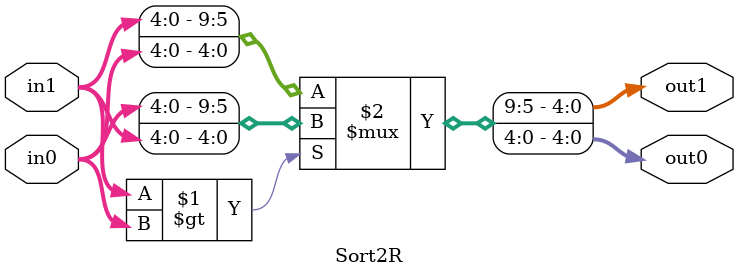
<source format=sv>
module CN(
    // Input signals
    opcode,
	in_n0,
	in_n1,
	in_n2,
	in_n3,
	in_n4,
	in_n5,
    // Output signals
    out_n
);
//---------------------------------------------------------------------
//   INPUT AND OUTPUT DECLARATION                         
//---------------------------------------------------------------------
input [4:0] in_n0, in_n1, in_n2, in_n3, in_n4, in_n5;
input [4:0] opcode;
output logic [8:0] out_n;

//---------------------------------------------------------------------
//   LOGIC DECLARATION
//---------------------------------------------------------------------
wire [4:0] sort_lay [5:0][4:0]; // sorting wire
wire [4:0] sorted [5:0]; // sorting result
wire [4:0] num [5:0];

//---------------------------------------------------------------------
//   Your design                        
//---------------------------------------------------------------------
assign sort_lay[0][0] = in_n0;
assign sort_lay[1][0] = in_n1;
assign sort_lay[2][0] = in_n2;
assign sort_lay[3][0] = in_n3;
assign sort_lay[4][0] = in_n4;
assign sort_lay[5][0] = in_n5;
// Sorting from large to small (ena: opcode[4]) + Reverse (ena: opcode[3])
//layer1
Sort3 sort3_1(sort_lay[0][0],sort_lay[1][0],sort_lay[2][0],sort_lay[0][1],sort_lay[1][1],sort_lay[2][1]);
Sort3 sort3_2(sort_lay[3][0],sort_lay[4][0],sort_lay[5][0],sort_lay[3][1],sort_lay[4][1],sort_lay[5][1]);
//layer2
Sort2 sort2_1(sort_lay[0][1],sort_lay[3][1],sort_lay[0][2],sort_lay[3][2]);
Sort2 sort2_2(sort_lay[1][1],sort_lay[4][1],sort_lay[1][2],sort_lay[4][2]);
Sort2 sort2_3(sort_lay[2][1],sort_lay[5][1],sort_lay[2][2],sort_lay[5][2]);
//layer3
Sort2 sort2_4(sort_lay[1][2],sort_lay[3][2],sort_lay[1][3],sort_lay[3][3]);
Sort2R sort2_5(sort_lay[2][2],sort_lay[4][2],sort_lay[2][3],sort_lay[4][3]);
//layer4
Sort2 sort2_6(sort_lay[2][3],sort_lay[3][3],sort_lay[2][4],sort_lay[3][4]);
assign {sort_lay[0][4],sort_lay[1][4],sort_lay[4][4],sort_lay[5][4]} = {sort_lay[0][2],sort_lay[1][3],sort_lay[4][3],sort_lay[5][2]};

genvar m;
generate
    // sort or not
    for(m=0; m<=5; m=m+1)
        assign sorted[m] = opcode[4]? sort_lay[m][4] : sort_lay[m][0];
    // reverse or not
    for(m=0; m<=5; m=m+1)
        assign num[m] = opcode[3]? sorted[5-m] : sorted[m];
endgenerate

// Calculation
always_comb begin
	case(opcode[2:0])
		3'b000: out_n = num[2] - num[1];
		3'b001: out_n = num[0] + num[3];
		3'b010: out_n = (({5{num[4][2]}} & num[3])<<1) + (({5{num[4][4]}} & num[3])<<3) + (({5{num[4][3]}} & num[3])<<2) + (({5{num[4][0]}} & num[3])>>1) + ({5{num[4][1]}} & num[3]);
		3'b011: out_n = (num[5]<<1) + num[1];
		3'b100: out_n = num[2] & num[1];
		3'b101: out_n = ~num[0];
		3'b110: out_n = num[4] ^ num[3];
		3'b111: out_n = num[1]<<1;
	endcase
end
endmodule

module Sort3(in0, in1, in2, out0, out1, out2);
    input [4:0] in0, in1, in2;
    output logic [4:0] out0, out1, out2;
    logic [4:0] lay[2:0][1:0];

    Sort2R sort2_1(in0, in1, lay[0][0], lay[1][0]);
    Sort2 sort2_2(lay[1][0], in2, lay[1][1], out2);
    Sort2 sort2_3(lay[0][1], lay[1][1], out0, out1);
    assign lay[0][1] = lay[0][0];
endmodule

module Sort2(in0, in1, out0, out1);
    input [4:0] in0, in1;
    output logic [4:0] out0, out1;
    assign {out0,out1} = in0 > in1? {in0,in1} : {in1,in0};
endmodule

module Sort2R(in0, in1, out0, out1);
    input [4:0] in0, in1;
    output logic [4:0] out0, out1;
    assign {out1,out0} = in1 > in0? {in0,in1} : {in1,in0};
endmodule
</source>
